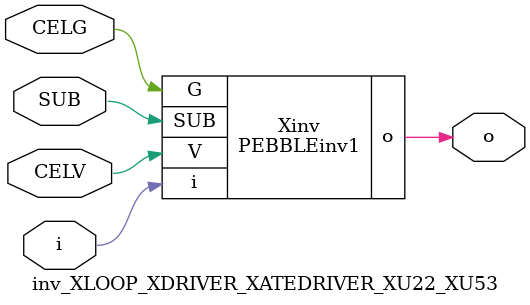
<source format=v>



module PEBBLEinv1 ( o, G, SUB, V, i );

  input V;
  input i;
  input G;
  output o;
  input SUB;
endmodule

//Celera Confidential Do Not Copy inv_XLOOP_XDRIVER_XATEDRIVER_XU22_XU53
//Celera Confidential Symbol Generator
//5V Inverter
module inv_XLOOP_XDRIVER_XATEDRIVER_XU22_XU53 (CELV,CELG,i,o,SUB);
input CELV;
input CELG;
input i;
input SUB;
output o;

//Celera Confidential Do Not Copy inv
PEBBLEinv1 Xinv(
.V (CELV),
.i (i),
.o (o),
.SUB (SUB),
.G (CELG)
);
//,diesize,PEBBLEinv1

//Celera Confidential Do Not Copy Module End
//Celera Schematic Generator
endmodule

</source>
